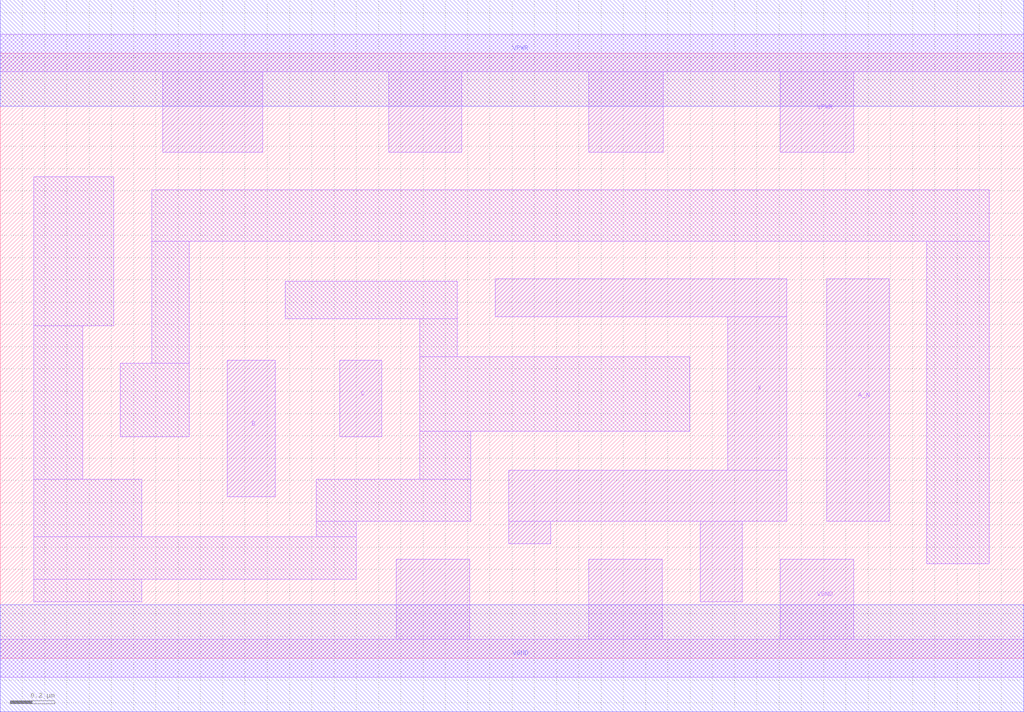
<source format=lef>
# Copyright 2020 The SkyWater PDK Authors
#
# Licensed under the Apache License, Version 2.0 (the "License");
# you may not use this file except in compliance with the License.
# You may obtain a copy of the License at
#
#     https://www.apache.org/licenses/LICENSE-2.0
#
# Unless required by applicable law or agreed to in writing, software
# distributed under the License is distributed on an "AS IS" BASIS,
# WITHOUT WARRANTIES OR CONDITIONS OF ANY KIND, either express or implied.
# See the License for the specific language governing permissions and
# limitations under the License.
#
# SPDX-License-Identifier: Apache-2.0

VERSION 5.5 ;
NAMESCASESENSITIVE ON ;
BUSBITCHARS "[]" ;
DIVIDERCHAR "/" ;
MACRO sky130_fd_sc_hd__and3b_4
  CLASS CORE ;
  SOURCE USER ;
  ORIGIN  0.000000  0.000000 ;
  SIZE  4.600000 BY  2.720000 ;
  SYMMETRY X Y R90 ;
  SITE unithd ;
  PIN A_N
    ANTENNAGATEAREA  0.126000 ;
    DIRECTION INPUT ;
    USE SIGNAL ;
    PORT
      LAYER li1 ;
        RECT 3.715000 0.615000 3.995000 1.705000 ;
    END
  END A_N
  PIN B
    ANTENNAGATEAREA  0.247500 ;
    DIRECTION INPUT ;
    USE SIGNAL ;
    PORT
      LAYER li1 ;
        RECT 1.020000 0.725000 1.235000 1.340000 ;
    END
  END B
  PIN C
    ANTENNAGATEAREA  0.247500 ;
    DIRECTION INPUT ;
    USE SIGNAL ;
    PORT
      LAYER li1 ;
        RECT 1.525000 0.995000 1.715000 1.340000 ;
    END
  END C
  PIN X
    ANTENNADIFFAREA  0.934000 ;
    DIRECTION OUTPUT ;
    USE SIGNAL ;
    PORT
      LAYER li1 ;
        RECT 2.225000 1.535000 3.535000 1.705000 ;
        RECT 2.285000 0.515000 2.475000 0.615000 ;
        RECT 2.285000 0.615000 3.535000 0.845000 ;
        RECT 3.145000 0.255000 3.335000 0.615000 ;
        RECT 3.270000 0.845000 3.535000 1.535000 ;
    END
  END X
  PIN VGND
    DIRECTION INOUT ;
    SHAPE ABUTMENT ;
    USE GROUND ;
    PORT
      LAYER li1 ;
        RECT 0.000000 -0.085000 4.600000 0.085000 ;
        RECT 1.780000  0.085000 2.110000 0.445000 ;
        RECT 2.645000  0.085000 2.975000 0.445000 ;
        RECT 3.505000  0.085000 3.835000 0.445000 ;
    END
    PORT
      LAYER met1 ;
        RECT 0.000000 -0.240000 4.600000 0.240000 ;
    END
  END VGND
  PIN VPWR
    DIRECTION INOUT ;
    SHAPE ABUTMENT ;
    USE POWER ;
    PORT
      LAYER li1 ;
        RECT 0.000000 2.635000 4.600000 2.805000 ;
        RECT 0.730000 2.275000 1.180000 2.635000 ;
        RECT 1.745000 2.275000 2.075000 2.635000 ;
        RECT 2.645000 2.275000 2.980000 2.635000 ;
        RECT 3.505000 2.275000 3.835000 2.635000 ;
    END
    PORT
      LAYER met1 ;
        RECT 0.000000 2.480000 4.600000 2.960000 ;
    END
  END VPWR
  OBS
    LAYER li1 ;
      RECT 0.150000 0.255000 0.635000 0.355000 ;
      RECT 0.150000 0.355000 1.600000 0.545000 ;
      RECT 0.150000 0.545000 0.635000 0.805000 ;
      RECT 0.150000 0.805000 0.370000 1.495000 ;
      RECT 0.150000 1.495000 0.510000 2.165000 ;
      RECT 0.540000 0.995000 0.850000 1.325000 ;
      RECT 0.680000 1.325000 0.850000 1.875000 ;
      RECT 0.680000 1.875000 4.445000 2.105000 ;
      RECT 1.280000 1.525000 2.055000 1.695000 ;
      RECT 1.420000 0.545000 1.600000 0.615000 ;
      RECT 1.420000 0.615000 2.115000 0.805000 ;
      RECT 1.885000 0.805000 2.115000 1.020000 ;
      RECT 1.885000 1.020000 3.100000 1.355000 ;
      RECT 1.885000 1.355000 2.055000 1.525000 ;
      RECT 4.165000 0.425000 4.445000 1.875000 ;
  END
END sky130_fd_sc_hd__and3b_4

</source>
